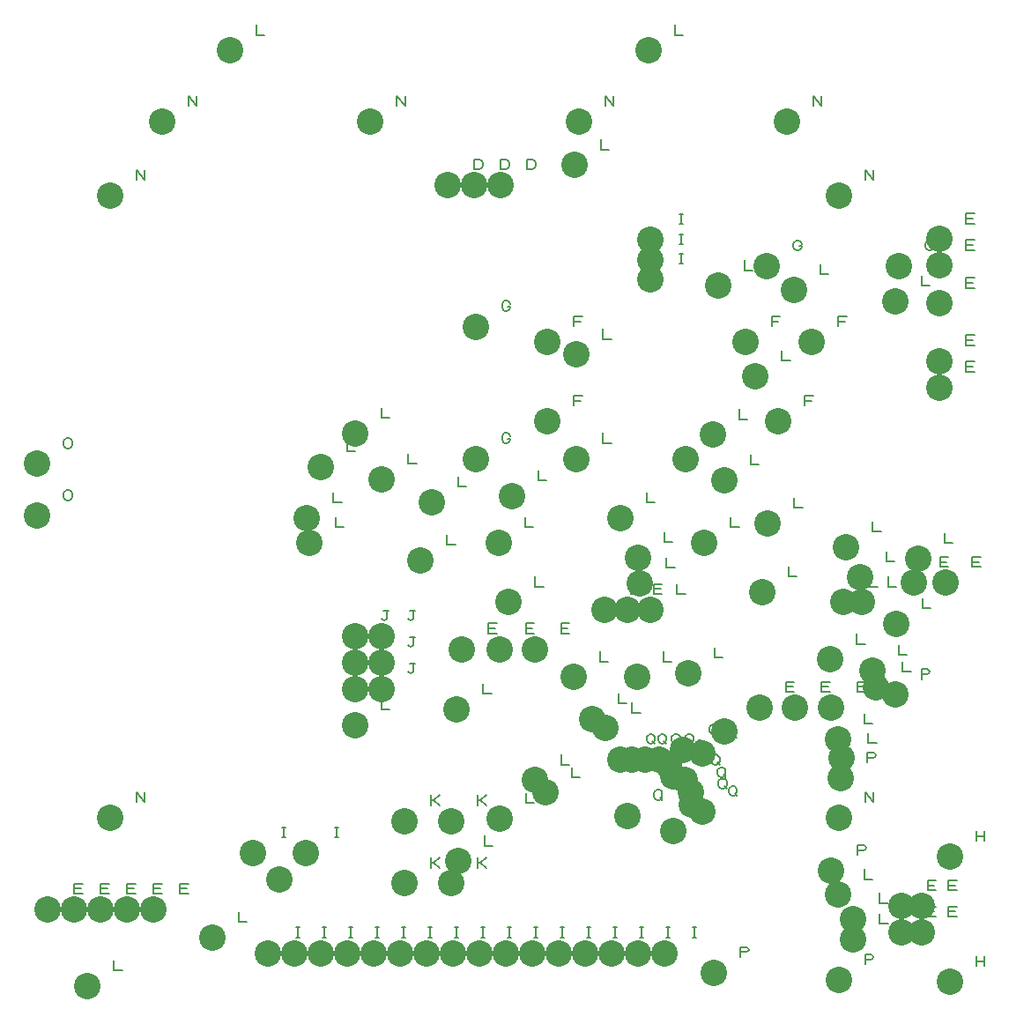
<source format=gbr>
%FSLAX23Y23*%
%MOIN*%
G04 EasyPC Gerber Version 16.0.6 Build 3249 *
%ADD10C,0.00500*%
%ADD86C,0.10000*%
X0Y0D02*
D02*
D10*
X417Y2576D02*
Y2588D01*
X421Y2594*
X424Y2598*
X430Y2601*
X436*
X442Y2598*
X446Y2594*
X449Y2588*
Y2576*
X446Y2569*
X442Y2566*
X436Y2563*
X430*
X424Y2566*
X421Y2569*
X417Y2576*
Y2773D02*
Y2785D01*
X421Y2791*
X424Y2794*
X430Y2798*
X436*
X442Y2794*
X446Y2791*
X449Y2785*
Y2773*
X446Y2766*
X442Y2763*
X436Y2760*
X430*
X424Y2763*
X421Y2766*
X417Y2773*
X457Y1075D02*
Y1113D01*
X488*
X482Y1094D02*
X457D01*
Y1075D02*
X488D01*
X557D02*
Y1113D01*
X588*
X582Y1094D02*
X557D01*
Y1075D02*
X588D01*
X606Y821D02*
Y784D01*
X638*
X657Y1075D02*
Y1113D01*
X688*
X682Y1094D02*
X657D01*
Y1075D02*
X688D01*
X693Y1422D02*
Y1459D01*
X724Y1422*
Y1459*
X693Y3776D02*
Y3813D01*
X724Y3776*
Y3813*
X757Y1075D02*
Y1113D01*
X788*
X782Y1094D02*
X757D01*
Y1075D02*
X788D01*
X857D02*
Y1113D01*
X888*
X882Y1094D02*
X857D01*
Y1075D02*
X888D01*
X890Y4055D02*
Y4093D01*
X921Y4055*
Y4093*
X1079Y1006D02*
Y969D01*
X1110*
X1146Y4361D02*
Y4323D01*
X1177*
X1243Y1288D02*
X1255D01*
X1249D02*
Y1325D01*
X1243D02*
X1255D01*
X1297Y910D02*
X1309D01*
X1303D02*
Y947D01*
X1297D02*
X1309D01*
X1343Y1188D02*
X1355D01*
X1349D02*
Y1225D01*
X1343D02*
X1355D01*
X1397Y910D02*
X1409D01*
X1403D02*
Y947D01*
X1397D02*
X1409D01*
X1443Y1288D02*
X1455D01*
X1449D02*
Y1325D01*
X1443D02*
X1455D01*
X1437Y2593D02*
Y2555D01*
X1468*
X1445Y2498D02*
Y2461D01*
X1476*
X1497Y910D02*
X1509D01*
X1503D02*
Y947D01*
X1497D02*
X1509D01*
X1488Y2786D02*
Y2748D01*
X1520*
X1597Y910D02*
X1609D01*
X1603D02*
Y947D01*
X1597D02*
X1609D01*
X1618Y1809D02*
Y1772D01*
X1650*
X1618Y2912D02*
Y2874D01*
X1650*
X1620Y1914D02*
X1623Y1911D01*
X1629Y1908*
X1635Y1911*
X1638Y1914*
Y1945*
X1645*
X1638D02*
X1626D01*
X1620Y2014D02*
X1623Y2011D01*
X1629Y2008*
X1635Y2011*
X1638Y2014*
Y2045*
X1645*
X1638D02*
X1626D01*
X1620Y2114D02*
X1623Y2111D01*
X1629Y2108*
X1635Y2111*
X1638Y2114*
Y2145*
X1645*
X1638D02*
X1626D01*
X1677Y4055D02*
Y4093D01*
X1709Y4055*
Y4093*
X1697Y910D02*
X1709D01*
X1703D02*
Y947D01*
X1697D02*
X1709D01*
X1720Y1914D02*
X1723Y1911D01*
X1729Y1908*
X1735Y1911*
X1738Y1914*
Y1945*
X1745*
X1738D02*
X1726D01*
X1720Y2014D02*
X1723Y2011D01*
X1729Y2008*
X1735Y2011*
X1738Y2014*
Y2045*
X1745*
X1738D02*
X1726D01*
X1720Y2114D02*
X1723Y2111D01*
X1729Y2108*
X1735Y2111*
X1738Y2114*
Y2145*
X1745*
X1738D02*
X1726D01*
X1721Y2739D02*
Y2701D01*
X1752*
X1797Y910D02*
X1809D01*
X1803D02*
Y947D01*
X1797D02*
X1809D01*
X1807Y1173D02*
Y1211D01*
Y1192D02*
X1817D01*
X1838Y1211*
X1817Y1192D02*
X1838Y1173D01*
X1807Y1410D02*
Y1447D01*
Y1428D02*
X1817D01*
X1838Y1447*
X1817Y1428D02*
X1838Y1410D01*
X1866Y2431D02*
Y2394D01*
X1898*
X1897Y910D02*
X1909D01*
X1903D02*
Y947D01*
X1897D02*
X1909D01*
X1910Y2652D02*
Y2614D01*
X1941*
X1971Y3815D02*
Y3853D01*
X1990*
X1996Y3850*
X1999Y3846*
X2002Y3840*
Y3828*
X1999Y3821*
X1996Y3818*
X1990Y3815*
X1971*
X1984Y1173D02*
Y1211D01*
Y1192D02*
X1994D01*
X2016Y1211*
X1994Y1192D02*
X2016Y1173D01*
X1984Y1410D02*
Y1447D01*
Y1428D02*
X1994D01*
X2016Y1447*
X1994Y1428D02*
X2016Y1410D01*
X1997Y910D02*
X2009D01*
X2003D02*
Y947D01*
X1997D02*
X2009D01*
X2004Y1868D02*
Y1831D01*
X2035*
X2008Y1294D02*
Y1256D01*
X2039*
X2024Y2059D02*
Y2097D01*
X2055*
X2049Y2078D02*
X2024D01*
Y2059D02*
X2055D01*
X2071Y3815D02*
Y3853D01*
X2090*
X2096Y3850*
X2099Y3846*
X2102Y3840*
Y3828*
X2099Y3821*
X2096Y3818*
X2090Y3815*
X2071*
X2097Y2795D02*
X2106D01*
Y2792*
X2103Y2786*
X2100Y2783*
X2094Y2780*
X2087*
X2081Y2783*
X2078Y2786*
X2075Y2792*
Y2805*
X2078Y2811*
X2081Y2814*
X2087Y2817*
X2094*
X2100Y2814*
X2103Y2811*
X2106Y2805*
X2097Y3295D02*
X2106D01*
Y3292*
X2103Y3286*
X2100Y3283*
X2094Y3280*
X2087*
X2081Y3283*
X2078Y3286*
X2075Y3292*
Y3305*
X2078Y3311*
X2081Y3314*
X2087Y3317*
X2094*
X2100Y3314*
X2103Y3311*
X2106Y3305*
X2097Y910D02*
X2109D01*
X2103D02*
Y947D01*
X2097D02*
X2109D01*
X2162Y2498D02*
Y2461D01*
X2193*
X2165Y1455D02*
Y1418D01*
X2197*
X2165Y2059D02*
Y2097D01*
X2197*
X2190Y2078D02*
X2165D01*
Y2059D02*
X2197D01*
X2171Y3815D02*
Y3853D01*
X2190*
X2196Y3850*
X2199Y3846*
X2202Y3840*
Y3828*
X2199Y3821*
X2196Y3818*
X2190Y3815*
X2171*
X2197Y910D02*
X2209D01*
X2203D02*
Y947D01*
X2197D02*
X2209D01*
X2201Y2274D02*
Y2236D01*
X2232*
X2213Y2676D02*
Y2638D01*
X2244*
X2297Y910D02*
X2309D01*
X2303D02*
Y947D01*
X2297D02*
X2309D01*
X2299Y1601D02*
Y1563D01*
X2331*
X2299Y2059D02*
Y2097D01*
X2331*
X2324Y2078D02*
X2299D01*
Y2059D02*
X2331D01*
X2339Y1553D02*
Y1516D01*
X2370*
X2347Y2922D02*
Y2959D01*
X2378*
X2372Y2940D02*
X2347D01*
Y3221D02*
Y3258D01*
X2378*
X2372Y3239D02*
X2347D01*
X2397Y910D02*
X2409D01*
X2403D02*
Y947D01*
X2397D02*
X2409D01*
X2445Y1991D02*
Y1953D01*
X2476*
X2449Y3928D02*
Y3890D01*
X2480*
X2457Y2817D02*
Y2780D01*
X2488*
X2457Y3211D02*
Y3173D01*
X2488*
X2465Y4055D02*
Y4093D01*
X2496Y4055*
Y4093*
X2497Y910D02*
X2509D01*
X2503D02*
Y947D01*
X2497D02*
X2509D01*
X2516Y1833D02*
Y1796D01*
X2547*
X2563Y2246D02*
Y2209D01*
X2594*
X2567Y1798D02*
Y1760D01*
X2598*
X2597Y910D02*
X2609D01*
X2603D02*
Y947D01*
X2597D02*
X2609D01*
X2622Y1654D02*
Y1667D01*
X2625Y1673*
X2628Y1676*
X2635Y1679*
X2641*
X2647Y1676*
X2650Y1673*
X2653Y1667*
Y1654*
X2650Y1648*
X2647Y1645*
X2641Y1642*
X2635*
X2628Y1645*
X2625Y1648*
X2622Y1654*
X2644Y1651D02*
X2653Y1642D01*
X2622Y2593D02*
Y2555D01*
X2653*
X2650Y1442D02*
Y1454D01*
X2653Y1461*
X2656Y1464*
X2662Y1467*
X2668*
X2675Y1464*
X2678Y1461*
X2681Y1454*
Y1442*
X2678Y1436*
X2675Y1433*
X2668Y1429*
X2662*
X2656Y1433*
X2653Y1436*
X2650Y1442*
X2672Y1439D02*
X2681Y1429D01*
X2650Y2209D02*
Y2246D01*
X2681*
X2675Y2228D02*
X2650D01*
Y2209D02*
X2681D01*
X2665Y1654D02*
Y1667D01*
X2669Y1673*
X2672Y1676*
X2678Y1679*
X2684*
X2690Y1676*
X2694Y1673*
X2697Y1667*
Y1654*
X2694Y1648*
X2690Y1645*
X2684Y1642*
X2678*
X2672Y1645*
X2669Y1648*
X2665Y1654*
X2687Y1651D02*
X2697Y1642D01*
X2685Y1991D02*
Y1953D01*
X2716*
X2697Y910D02*
X2709D01*
X2703D02*
Y947D01*
X2697D02*
X2709D01*
X2689Y2443D02*
Y2406D01*
X2720*
X2697Y2345D02*
Y2307D01*
X2728*
X2717Y1654D02*
Y1667D01*
X2720Y1673*
X2723Y1676*
X2729Y1679*
X2735*
X2742Y1676*
X2745Y1673*
X2748Y1667*
Y1654*
X2745Y1648*
X2742Y1645*
X2735Y1642*
X2729*
X2723Y1645*
X2720Y1648*
X2717Y1654*
X2739Y1651D02*
X2748Y1642D01*
X2728Y4361D02*
Y4323D01*
X2760*
X2736Y2246D02*
Y2209D01*
X2768*
X2746Y3457D02*
X2758D01*
X2752D02*
Y3494D01*
X2746D02*
X2758D01*
X2746Y3532D02*
X2758D01*
X2752D02*
Y3569D01*
X2746D02*
X2758D01*
X2746Y3607D02*
X2758D01*
X2752D02*
Y3644D01*
X2746D02*
X2758D01*
X2768Y1654D02*
Y1667D01*
X2771Y1673*
X2774Y1676*
X2780Y1679*
X2787*
X2793Y1676*
X2796Y1673*
X2799Y1667*
Y1654*
X2796Y1648*
X2793Y1645*
X2787Y1642*
X2780*
X2774Y1645*
X2771Y1648*
X2768Y1654*
X2790Y1651D02*
X2799Y1642D01*
X2797Y910D02*
X2809D01*
X2803D02*
Y947D01*
X2797D02*
X2809D01*
X2807Y1631D02*
Y1643D01*
X2810Y1650*
X2813Y1653*
X2820Y1656*
X2826*
X2832Y1653*
X2835Y1650*
X2838Y1643*
Y1631*
X2835Y1625*
X2832Y1621*
X2826Y1618*
X2820*
X2813Y1621*
X2810Y1625*
X2807Y1631*
X2829Y1628D02*
X2838Y1618D01*
X2823Y1408D02*
Y1370D01*
X2854*
X2823Y1591D02*
Y1604D01*
X2826Y1610*
X2829Y1613*
X2835Y1616*
X2842*
X2848Y1613*
X2851Y1610*
X2854Y1604*
Y1591*
X2851Y1585*
X2848Y1582*
X2842Y1579*
X2835*
X2829Y1582*
X2826Y1585*
X2823Y1591*
X2845Y1588D02*
X2854Y1579D01*
X2858Y1690D02*
Y1702D01*
X2862Y1709*
X2865Y1712*
X2871Y1715*
X2877*
X2883Y1712*
X2887Y1709*
X2890Y1702*
Y1690*
X2887Y1684*
X2883Y1681*
X2877Y1677*
X2871*
X2865Y1681*
X2862Y1684*
X2858Y1690*
X2880Y1687D02*
X2890Y1677D01*
X2866Y1576D02*
Y1588D01*
X2869Y1594*
X2873Y1598*
X2879Y1601*
X2885*
X2891Y1598*
X2894Y1594*
X2898Y1588*
Y1576*
X2894Y1569*
X2891Y1566*
X2885Y1563*
X2879*
X2873Y1566*
X2869Y1569*
X2866Y1576*
X2888Y1573D02*
X2898Y1563D01*
X2870Y2817D02*
Y2780D01*
X2901*
X2878Y2006D02*
Y1969D01*
X2909*
X2890Y1528D02*
Y1541D01*
X2893Y1547*
X2896Y1550*
X2902Y1553*
X2909*
X2915Y1550*
X2918Y1547*
X2921Y1541*
Y1528*
X2918Y1522*
X2915Y1519*
X2909Y1516*
X2902*
X2896Y1519*
X2893Y1522*
X2890Y1528*
X2912Y1525D02*
X2921Y1516D01*
X2894Y1485D02*
Y1498D01*
X2897Y1504*
X2900Y1507*
X2906Y1510*
X2913*
X2919Y1507*
X2922Y1504*
X2925Y1498*
Y1485*
X2922Y1479*
X2919Y1476*
X2913Y1473*
X2906*
X2900Y1476*
X2897Y1479*
X2894Y1485*
X2916Y1482D02*
X2925Y1473D01*
X2933Y1458D02*
Y1470D01*
X2936Y1476*
X2939Y1480*
X2946Y1483*
X2952*
X2958Y1480*
X2961Y1476*
X2964Y1470*
Y1458*
X2961Y1451*
X2958Y1448*
X2952Y1445*
X2946*
X2939Y1448*
X2936Y1451*
X2933Y1458*
X2955Y1455D02*
X2964Y1445D01*
X2933Y1703D02*
Y1666D01*
X2964*
X2941Y2498D02*
Y2461D01*
X2972*
X2973Y2908D02*
Y2870D01*
X3004*
X2977Y835D02*
Y872D01*
X2998*
X3005Y869*
X3008Y863*
X3005Y857*
X2998Y854*
X2977*
X2992Y3471D02*
Y3433D01*
X3024*
X3016Y1786D02*
Y1748D01*
X3047*
X3016Y2735D02*
Y2697D01*
X3047*
X3095Y3221D02*
Y3258D01*
X3126*
X3120Y3239D02*
X3095D01*
X3134Y3128D02*
Y3091D01*
X3165*
X3150Y1839D02*
Y1876D01*
X3181*
X3175Y1858D02*
X3150D01*
Y1839D02*
X3181D01*
X3158Y2313D02*
Y2276D01*
X3189*
X3199Y3524D02*
X3209D01*
Y3521*
X3205Y3514*
X3202Y3511*
X3196Y3508*
X3190*
X3184Y3511*
X3180Y3514*
X3177Y3521*
Y3533*
X3180Y3539*
X3184Y3542*
X3190Y3546*
X3196*
X3202Y3542*
X3205Y3539*
X3209Y3533*
X3181Y2573D02*
Y2536D01*
X3212*
X3221Y2922D02*
Y2959D01*
X3252*
X3246Y2940D02*
X3221D01*
X3252Y4055D02*
Y4093D01*
X3283Y4055*
Y4093*
X3280Y3455D02*
Y3418D01*
X3311*
X3284Y1839D02*
Y1876D01*
X3315*
X3309Y1858D02*
X3284D01*
Y1839D02*
X3315D01*
X3347Y3221D02*
Y3258D01*
X3378*
X3372Y3239D02*
X3347D01*
X3417Y2057D02*
Y2020D01*
X3449*
X3421Y1221D02*
Y1258D01*
X3443*
X3450Y1255*
X3453Y1249*
X3450Y1243*
X3443Y1239*
X3421*
Y1839D02*
Y1876D01*
X3453*
X3446Y1858D02*
X3421D01*
Y1839D02*
X3453D01*
X3445Y1168D02*
Y1130D01*
X3476*
X3445Y1754D02*
Y1717D01*
X3476*
X3449Y807D02*
Y845D01*
X3471*
X3477Y842*
X3480Y835*
X3477Y829*
X3471Y826*
X3449*
Y1422D02*
Y1459D01*
X3480Y1422*
Y1459*
X3449Y3776D02*
Y3813D01*
X3480Y3776*
Y3813*
X3457Y1571D02*
Y1609D01*
X3479*
X3485Y1605*
X3488Y1599*
X3485Y1593*
X3479Y1590*
X3457*
X3461Y1683D02*
Y1646D01*
X3492*
X3465Y2274D02*
Y2236D01*
X3496*
X3477Y2483D02*
Y2445D01*
X3508*
X3504Y998D02*
Y961D01*
X3535*
X3504Y1077D02*
Y1040D01*
X3535*
X3528Y2368D02*
Y2331D01*
X3559*
X3536Y2274D02*
Y2236D01*
X3567*
X3575Y2014D02*
Y1977D01*
X3606*
X3591Y1951D02*
Y1914D01*
X3622*
X3662Y1886D02*
Y1924D01*
X3683*
X3690Y1920*
X3693Y1914*
X3690Y1908*
X3683Y1905*
X3662*
Y3412D02*
Y3374D01*
X3693*
X3665Y2191D02*
Y2154D01*
X3697*
X3699Y3524D02*
X3709D01*
Y3521*
X3705Y3514*
X3702Y3511*
X3696Y3508*
X3690*
X3684Y3511*
X3680Y3514*
X3677Y3521*
Y3533*
X3680Y3539*
X3684Y3542*
X3690Y3546*
X3696*
X3702Y3542*
X3705Y3539*
X3709Y3533*
X3685Y988D02*
Y1026D01*
X3716*
X3710Y1007D02*
X3685D01*
Y988D02*
X3716D01*
X3685Y1087D02*
Y1124D01*
X3716*
X3710Y1106D02*
X3685D01*
Y1087D02*
X3716D01*
X3732Y2311D02*
Y2349D01*
X3764*
X3757Y2330D02*
X3732D01*
Y2311D02*
X3764D01*
X3748Y2439D02*
Y2402D01*
X3779*
X3764Y988D02*
Y1026D01*
X3795*
X3789Y1007D02*
X3764D01*
Y988D02*
X3795D01*
X3764Y1087D02*
Y1124D01*
X3795*
X3789Y1106D02*
X3764D01*
Y1087D02*
X3795D01*
X3831Y3050D02*
Y3087D01*
X3862*
X3856Y3069D02*
X3831D01*
Y3050D02*
X3862D01*
X3831Y3150D02*
Y3187D01*
X3862*
X3856Y3169D02*
X3831D01*
Y3150D02*
X3862D01*
X3831Y3366D02*
Y3404D01*
X3862*
X3856Y3385D02*
X3831D01*
Y3366D02*
X3862D01*
X3831Y3510D02*
Y3548D01*
X3862*
X3856Y3529D02*
X3831D01*
Y3510D02*
X3862D01*
X3831Y3610D02*
Y3648D01*
X3862*
X3856Y3629D02*
X3831D01*
Y3610D02*
X3862D01*
X3854Y2311D02*
Y2349D01*
X3886*
X3879Y2330D02*
X3854D01*
Y2311D02*
X3886D01*
X3870Y801D02*
Y839D01*
Y820D02*
X3901D01*
Y801D02*
Y839D01*
X3870Y1274D02*
Y1312D01*
Y1293D02*
X3901D01*
Y1274D02*
Y1312D01*
D02*
D86*
X317Y2504D03*
Y2701D03*
X357Y1016D03*
X457D03*
X506Y724D03*
X557Y1016D03*
X593Y1362D03*
Y3716D03*
X657Y1016D03*
X757D03*
X790Y3996D03*
X979Y909D03*
X1046Y4264D03*
X1133Y1228D03*
X1188Y850D03*
X1233Y1128D03*
X1288Y850D03*
X1333Y1228D03*
X1337Y2496D03*
X1345Y2402D03*
X1388Y850D03*
X1388Y2689D03*
X1488Y850D03*
X1518Y1713D03*
Y2815D03*
X1520Y1848D03*
Y1948D03*
Y2048D03*
X1577Y3996D03*
X1588Y850D03*
X1620Y1848D03*
Y1948D03*
Y2048D03*
X1621Y2642D03*
X1688Y850D03*
X1707Y1114D03*
Y1350D03*
X1766Y2335D03*
X1788Y850D03*
X1810Y2555D03*
X1871Y3756D03*
X1884Y1114D03*
Y1350D03*
X1888Y850D03*
X1904Y1772D03*
X1908Y1197D03*
X1924Y2000D03*
X1971Y3756D03*
X1975Y2720D03*
Y3220D03*
X1988Y850D03*
X2062Y2402D03*
X2065Y1358D03*
Y2000D03*
X2071Y3756D03*
X2088Y850D03*
X2101Y2177D03*
X2113Y2579D03*
X2188Y850D03*
X2199Y1504D03*
Y2000D03*
X2239Y1457D03*
X2247Y2862D03*
Y3161D03*
X2288Y850D03*
X2345Y1894D03*
X2349Y3831D03*
X2357Y2720D03*
Y3114D03*
X2365Y3996D03*
X2388Y850D03*
X2416Y1736D03*
X2463Y2150D03*
X2467Y1701D03*
X2488Y850D03*
X2522Y1583D03*
Y2496D03*
X2550Y1370D03*
Y2150D03*
X2565Y1583D03*
X2585Y1894D03*
X2588Y850D03*
X2589Y2346D03*
X2597Y2248D03*
X2617Y1583D03*
X2628Y4264D03*
X2636Y2150D03*
Y3398D03*
Y3473D03*
Y3548D03*
X2668Y1583D03*
X2688Y850D03*
X2707Y1559D03*
X2723Y1311D03*
Y1520D03*
X2758Y1618D03*
X2766Y1504D03*
X2770Y2720D03*
X2778Y1909D03*
X2790Y1457D03*
X2794Y1413D03*
X2833Y1386D03*
Y1606D03*
X2841Y2402D03*
X2873Y2811D03*
X2877Y776D03*
X2892Y3374D03*
X2916Y1689D03*
Y2638D03*
X2995Y3161D03*
X3034Y3031D03*
X3050Y1779D03*
X3058Y2216D03*
X3077Y3449D03*
X3081Y2476D03*
X3121Y2862D03*
X3152Y3996D03*
X3180Y3358D03*
X3184Y1779D03*
X3247Y3161D03*
X3317Y1961D03*
X3321Y1161D03*
Y1779D03*
X3345Y1071D03*
Y1657D03*
X3349Y748D03*
Y1362D03*
Y3716D03*
X3357Y1512D03*
X3361Y1587D03*
X3365Y2177D03*
X3377Y2386D03*
X3404Y902D03*
Y980D03*
X3428Y2272D03*
X3436Y2177D03*
X3475Y1917D03*
X3491Y1854D03*
X3562Y1827D03*
Y3315D03*
X3565Y2094D03*
X3577Y3449D03*
X3585Y929D03*
Y1027D03*
X3632Y2252D03*
X3648Y2342D03*
X3664Y929D03*
Y1027D03*
X3731Y2990D03*
Y3090D03*
Y3307D03*
Y3451D03*
Y3551D03*
X3754Y2252D03*
X3770Y742D03*
Y1215D03*
X0Y0D02*
M02*

</source>
